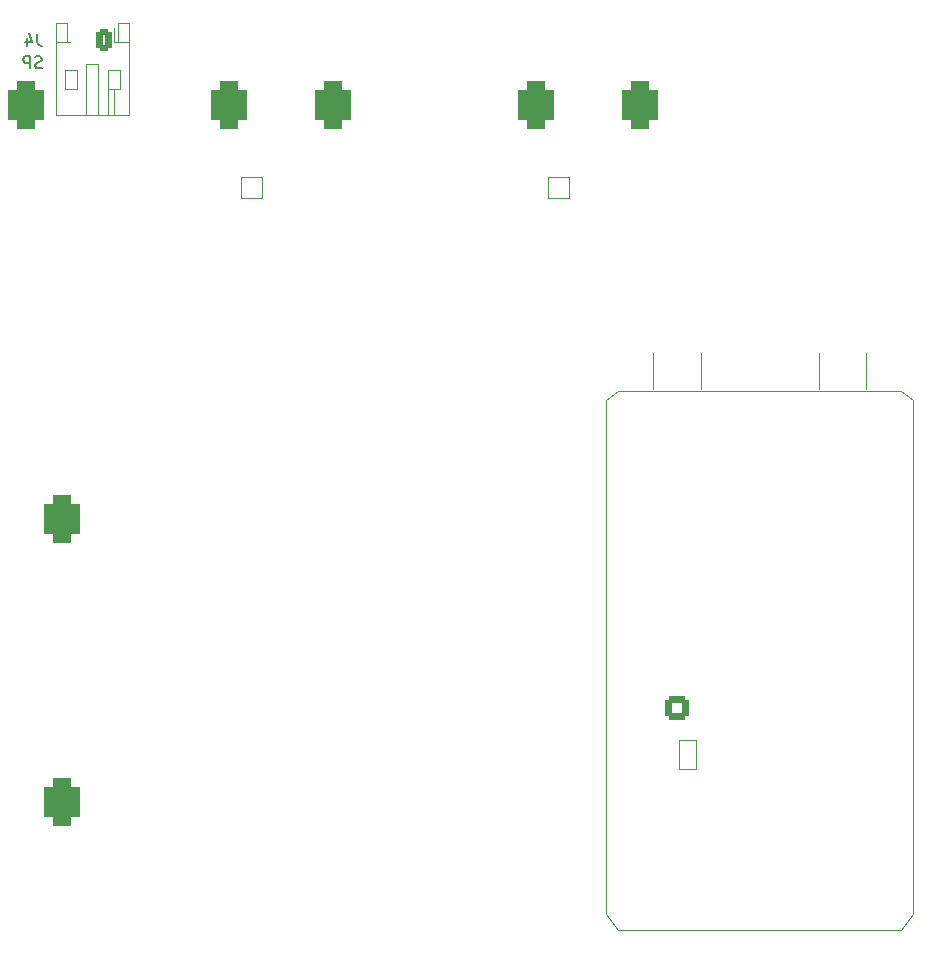
<source format=gbo>
G04 #@! TF.GenerationSoftware,KiCad,Pcbnew,8.0.6*
G04 #@! TF.CreationDate,2025-05-06T17:06:54+09:00*
G04 #@! TF.ProjectId,PCB,5043422e-6b69-4636-9164-5f7063625858,rev?*
G04 #@! TF.SameCoordinates,Original*
G04 #@! TF.FileFunction,Legend,Bot*
G04 #@! TF.FilePolarity,Positive*
%FSLAX46Y46*%
G04 Gerber Fmt 4.6, Leading zero omitted, Abs format (unit mm)*
G04 Created by KiCad (PCBNEW 8.0.6) date 2025-05-06 17:06:54*
%MOMM*%
%LPD*%
G01*
G04 APERTURE LIST*
G04 Aperture macros list*
%AMRoundRect*
0 Rectangle with rounded corners*
0 $1 Rounding radius*
0 $2 $3 $4 $5 $6 $7 $8 $9 X,Y pos of 4 corners*
0 Add a 4 corners polygon primitive as box body*
4,1,4,$2,$3,$4,$5,$6,$7,$8,$9,$2,$3,0*
0 Add four circle primitives for the rounded corners*
1,1,$1+$1,$2,$3*
1,1,$1+$1,$4,$5*
1,1,$1+$1,$6,$7*
1,1,$1+$1,$8,$9*
0 Add four rect primitives between the rounded corners*
20,1,$1+$1,$2,$3,$4,$5,0*
20,1,$1+$1,$4,$5,$6,$7,0*
20,1,$1+$1,$6,$7,$8,$9,0*
20,1,$1+$1,$8,$9,$2,$3,0*%
G04 Aperture macros list end*
%ADD10C,0.150000*%
%ADD11C,0.120000*%
%ADD12C,0.100000*%
%ADD13RoundRect,0.271250X0.379750X0.654750X-0.379750X0.654750X-0.379750X-0.654750X0.379750X-0.654750X0*%
%ADD14O,1.302000X1.852000*%
%ADD15C,5.702000*%
%ADD16RoundRect,0.051000X0.900000X-0.900000X0.900000X0.900000X-0.900000X0.900000X-0.900000X-0.900000X0*%
%ADD17C,1.902000*%
%ADD18RoundRect,0.775500X0.775500X-1.275500X0.775500X1.275500X-0.775500X1.275500X-0.775500X-1.275500X0*%
%ADD19O,1.802000X1.802000*%
%ADD20RoundRect,0.051000X-0.850000X-0.850000X0.850000X-0.850000X0.850000X0.850000X-0.850000X0.850000X0*%
%ADD21C,2.302000*%
%ADD22RoundRect,0.263784X0.712216X0.712216X-0.712216X0.712216X-0.712216X-0.712216X0.712216X-0.712216X0*%
%ADD23C,1.952000*%
%ADD24RoundRect,0.051000X-0.750000X-1.250000X0.750000X-1.250000X0.750000X1.250000X-0.750000X1.250000X0*%
%ADD25O,1.602000X2.602000*%
%ADD26O,2.102000X2.102000*%
%ADD27C,1.602000*%
G04 APERTURE END LIST*
D10*
X174760839Y-110222200D02*
X174617982Y-110269819D01*
X174617982Y-110269819D02*
X174379887Y-110269819D01*
X174379887Y-110269819D02*
X174284649Y-110222200D01*
X174284649Y-110222200D02*
X174237030Y-110174580D01*
X174237030Y-110174580D02*
X174189411Y-110079342D01*
X174189411Y-110079342D02*
X174189411Y-109984104D01*
X174189411Y-109984104D02*
X174237030Y-109888866D01*
X174237030Y-109888866D02*
X174284649Y-109841247D01*
X174284649Y-109841247D02*
X174379887Y-109793628D01*
X174379887Y-109793628D02*
X174570363Y-109746009D01*
X174570363Y-109746009D02*
X174665601Y-109698390D01*
X174665601Y-109698390D02*
X174713220Y-109650771D01*
X174713220Y-109650771D02*
X174760839Y-109555533D01*
X174760839Y-109555533D02*
X174760839Y-109460295D01*
X174760839Y-109460295D02*
X174713220Y-109365057D01*
X174713220Y-109365057D02*
X174665601Y-109317438D01*
X174665601Y-109317438D02*
X174570363Y-109269819D01*
X174570363Y-109269819D02*
X174332268Y-109269819D01*
X174332268Y-109269819D02*
X174189411Y-109317438D01*
X173760839Y-110269819D02*
X173760839Y-109269819D01*
X173760839Y-109269819D02*
X173379887Y-109269819D01*
X173379887Y-109269819D02*
X173284649Y-109317438D01*
X173284649Y-109317438D02*
X173237030Y-109365057D01*
X173237030Y-109365057D02*
X173189411Y-109460295D01*
X173189411Y-109460295D02*
X173189411Y-109603152D01*
X173189411Y-109603152D02*
X173237030Y-109698390D01*
X173237030Y-109698390D02*
X173284649Y-109746009D01*
X173284649Y-109746009D02*
X173379887Y-109793628D01*
X173379887Y-109793628D02*
X173760839Y-109793628D01*
X174383333Y-107354819D02*
X174383333Y-108069104D01*
X174383333Y-108069104D02*
X174430952Y-108211961D01*
X174430952Y-108211961D02*
X174526190Y-108307200D01*
X174526190Y-108307200D02*
X174669047Y-108354819D01*
X174669047Y-108354819D02*
X174764285Y-108354819D01*
X173478571Y-107688152D02*
X173478571Y-108354819D01*
X173716666Y-107307200D02*
X173954761Y-108021485D01*
X173954761Y-108021485D02*
X173335714Y-108021485D01*
D11*
X182110000Y-114260000D02*
X182110000Y-106440000D01*
X181190000Y-108040000D02*
X182110000Y-108040000D01*
X175990000Y-114260000D02*
X182110000Y-114260000D01*
X181350000Y-112000000D02*
X181350000Y-110400000D01*
X180350000Y-112000000D02*
X181350000Y-112000000D01*
X182110000Y-106440000D02*
X181190000Y-106440000D01*
X181190000Y-106440000D02*
X181190000Y-108040000D01*
X181190000Y-108040000D02*
X180910000Y-108040000D01*
X180910000Y-106825000D02*
X180910000Y-108040000D01*
X180850000Y-114260000D02*
X180850000Y-112000000D01*
X181350000Y-110400000D02*
X180350000Y-110400000D01*
X180350000Y-110400000D02*
X180350000Y-112000000D01*
X180350000Y-114260000D02*
X180350000Y-112000000D01*
X178550000Y-109900000D02*
X179550000Y-109900000D01*
X179550000Y-109900000D02*
X179550000Y-114260000D01*
X178550000Y-114260000D02*
X178550000Y-109900000D01*
X176750000Y-110400000D02*
X177750000Y-110400000D01*
X177750000Y-110400000D02*
X177750000Y-112000000D01*
X176910000Y-108040000D02*
X176910000Y-106440000D01*
X177190000Y-108040000D02*
X176910000Y-108040000D01*
X176750000Y-112000000D02*
X176750000Y-110400000D01*
X177750000Y-112000000D02*
X176750000Y-112000000D01*
X176910000Y-106440000D02*
X175990000Y-106440000D01*
X176910000Y-108040000D02*
X175990000Y-108040000D01*
X175990000Y-106440000D02*
X175990000Y-114260000D01*
X248550000Y-138400000D02*
X248550000Y-181900000D01*
D12*
X248550000Y-138400000D02*
X247550000Y-137600000D01*
X247550000Y-183200000D02*
X248550000Y-181900000D01*
D11*
X247550000Y-183200000D02*
X223550000Y-183200000D01*
X244550000Y-137400000D02*
X244550000Y-134400000D01*
X240550000Y-137400000D02*
X240550000Y-134400000D01*
X230550000Y-137400000D02*
X230550000Y-134400000D01*
X226550000Y-137400000D02*
X226550000Y-134400000D01*
D12*
X223550000Y-183200000D02*
X222550000Y-181900000D01*
D11*
X223550000Y-137600000D02*
X247550000Y-137600000D01*
X222550000Y-181900000D02*
X222550000Y-138400000D01*
D12*
X222550000Y-138400000D02*
X223550000Y-137600000D01*
%LPC*%
D13*
X180050000Y-107900000D03*
D14*
X178050000Y-107900000D03*
D15*
X154050000Y-179400000D03*
X219050000Y-179400000D03*
X154050000Y-127400000D03*
D16*
X166550000Y-120400000D03*
D17*
X169050000Y-120400000D03*
X171550000Y-120400000D03*
D18*
X164650000Y-113400000D03*
X173450000Y-113400000D03*
X225450000Y-113400000D03*
X216650000Y-113400000D03*
D17*
X223550000Y-120400000D03*
X221050000Y-120400000D03*
D16*
X218550000Y-120400000D03*
D15*
X219050000Y-127400000D03*
D19*
X149210000Y-149590000D03*
X149210000Y-147050000D03*
X149210000Y-144510000D03*
X149210000Y-141970000D03*
X149210000Y-139430000D03*
X149210000Y-136890000D03*
X149210000Y-134350000D03*
X149210000Y-131810000D03*
X149210000Y-129270000D03*
D20*
X149210000Y-126730000D03*
D21*
X228550000Y-154200000D03*
X224350000Y-154200000D03*
D22*
X228550000Y-164400000D03*
D23*
X224350000Y-164400000D03*
D19*
X149210000Y-180070000D03*
X149210000Y-177530000D03*
X149210000Y-174990000D03*
X149210000Y-172450000D03*
X149210000Y-169910000D03*
X149210000Y-167370000D03*
X149210000Y-164830000D03*
X149210000Y-162290000D03*
X149210000Y-159750000D03*
D20*
X149210000Y-157210000D03*
D24*
X229510000Y-168400000D03*
D25*
X232050000Y-168400000D03*
X234590000Y-168400000D03*
D26*
X229510000Y-173480000D03*
X234590000Y-173480000D03*
D16*
X169550000Y-179400000D03*
D17*
X172050000Y-179400000D03*
X174550000Y-179400000D03*
D18*
X167650000Y-172400000D03*
X176450000Y-172400000D03*
D27*
X247050000Y-113400000D03*
X240050000Y-113400000D03*
D16*
X192550000Y-120400000D03*
D17*
X195050000Y-120400000D03*
X197550000Y-120400000D03*
D18*
X190650000Y-113400000D03*
X199450000Y-113400000D03*
D16*
X169550000Y-155400000D03*
D17*
X172050000Y-155400000D03*
X174550000Y-155400000D03*
D18*
X167650000Y-148400000D03*
X176450000Y-148400000D03*
%LPD*%
M02*

</source>
